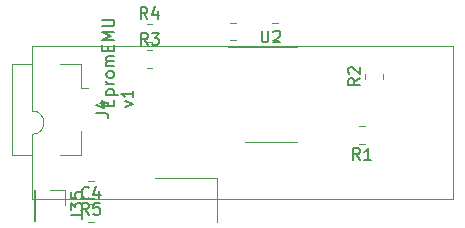
<source format=gbr>
%TF.GenerationSoftware,KiCad,Pcbnew,7.0.5-7.0.5~ubuntu20.04.1*%
%TF.CreationDate,2023-07-18T12:45:14+02:00*%
%TF.ProjectId,EpromEMU_TOP_new_STM32F3,4570726f-6d45-44d5-955f-544f505f6e65,rev?*%
%TF.SameCoordinates,Original*%
%TF.FileFunction,Legend,Top*%
%TF.FilePolarity,Positive*%
%FSLAX46Y46*%
G04 Gerber Fmt 4.6, Leading zero omitted, Abs format (unit mm)*
G04 Created by KiCad (PCBNEW 7.0.5-7.0.5~ubuntu20.04.1) date 2023-07-18 12:45:14*
%MOMM*%
%LPD*%
G01*
G04 APERTURE LIST*
%ADD10C,0.150000*%
%ADD11C,0.120000*%
G04 APERTURE END LIST*
D10*
X106752809Y-89782420D02*
X106752809Y-89449087D01*
X107276619Y-89306230D02*
X107276619Y-89782420D01*
X107276619Y-89782420D02*
X106276619Y-89782420D01*
X106276619Y-89782420D02*
X106276619Y-89306230D01*
X106609952Y-88877658D02*
X107609952Y-88877658D01*
X106657571Y-88877658D02*
X106609952Y-88782420D01*
X106609952Y-88782420D02*
X106609952Y-88591944D01*
X106609952Y-88591944D02*
X106657571Y-88496706D01*
X106657571Y-88496706D02*
X106705190Y-88449087D01*
X106705190Y-88449087D02*
X106800428Y-88401468D01*
X106800428Y-88401468D02*
X107086142Y-88401468D01*
X107086142Y-88401468D02*
X107181380Y-88449087D01*
X107181380Y-88449087D02*
X107229000Y-88496706D01*
X107229000Y-88496706D02*
X107276619Y-88591944D01*
X107276619Y-88591944D02*
X107276619Y-88782420D01*
X107276619Y-88782420D02*
X107229000Y-88877658D01*
X107276619Y-87972896D02*
X106609952Y-87972896D01*
X106800428Y-87972896D02*
X106705190Y-87925277D01*
X106705190Y-87925277D02*
X106657571Y-87877658D01*
X106657571Y-87877658D02*
X106609952Y-87782420D01*
X106609952Y-87782420D02*
X106609952Y-87687182D01*
X107276619Y-87210991D02*
X107229000Y-87306229D01*
X107229000Y-87306229D02*
X107181380Y-87353848D01*
X107181380Y-87353848D02*
X107086142Y-87401467D01*
X107086142Y-87401467D02*
X106800428Y-87401467D01*
X106800428Y-87401467D02*
X106705190Y-87353848D01*
X106705190Y-87353848D02*
X106657571Y-87306229D01*
X106657571Y-87306229D02*
X106609952Y-87210991D01*
X106609952Y-87210991D02*
X106609952Y-87068134D01*
X106609952Y-87068134D02*
X106657571Y-86972896D01*
X106657571Y-86972896D02*
X106705190Y-86925277D01*
X106705190Y-86925277D02*
X106800428Y-86877658D01*
X106800428Y-86877658D02*
X107086142Y-86877658D01*
X107086142Y-86877658D02*
X107181380Y-86925277D01*
X107181380Y-86925277D02*
X107229000Y-86972896D01*
X107229000Y-86972896D02*
X107276619Y-87068134D01*
X107276619Y-87068134D02*
X107276619Y-87210991D01*
X107276619Y-86449086D02*
X106609952Y-86449086D01*
X106705190Y-86449086D02*
X106657571Y-86401467D01*
X106657571Y-86401467D02*
X106609952Y-86306229D01*
X106609952Y-86306229D02*
X106609952Y-86163372D01*
X106609952Y-86163372D02*
X106657571Y-86068134D01*
X106657571Y-86068134D02*
X106752809Y-86020515D01*
X106752809Y-86020515D02*
X107276619Y-86020515D01*
X106752809Y-86020515D02*
X106657571Y-85972896D01*
X106657571Y-85972896D02*
X106609952Y-85877658D01*
X106609952Y-85877658D02*
X106609952Y-85734801D01*
X106609952Y-85734801D02*
X106657571Y-85639562D01*
X106657571Y-85639562D02*
X106752809Y-85591943D01*
X106752809Y-85591943D02*
X107276619Y-85591943D01*
X106752809Y-85115753D02*
X106752809Y-84782420D01*
X107276619Y-84639563D02*
X107276619Y-85115753D01*
X107276619Y-85115753D02*
X106276619Y-85115753D01*
X106276619Y-85115753D02*
X106276619Y-84639563D01*
X107276619Y-84210991D02*
X106276619Y-84210991D01*
X106276619Y-84210991D02*
X106990904Y-83877658D01*
X106990904Y-83877658D02*
X106276619Y-83544325D01*
X106276619Y-83544325D02*
X107276619Y-83544325D01*
X106276619Y-83068134D02*
X107086142Y-83068134D01*
X107086142Y-83068134D02*
X107181380Y-83020515D01*
X107181380Y-83020515D02*
X107229000Y-82972896D01*
X107229000Y-82972896D02*
X107276619Y-82877658D01*
X107276619Y-82877658D02*
X107276619Y-82687182D01*
X107276619Y-82687182D02*
X107229000Y-82591944D01*
X107229000Y-82591944D02*
X107181380Y-82544325D01*
X107181380Y-82544325D02*
X107086142Y-82496706D01*
X107086142Y-82496706D02*
X106276619Y-82496706D01*
X108219952Y-89877658D02*
X108886619Y-89639563D01*
X108886619Y-89639563D02*
X108219952Y-89401468D01*
X108886619Y-88496706D02*
X108886619Y-89068134D01*
X108886619Y-88782420D02*
X107886619Y-88782420D01*
X107886619Y-88782420D02*
X108029476Y-88877658D01*
X108029476Y-88877658D02*
X108124714Y-88972896D01*
X108124714Y-88972896D02*
X108172333Y-89068134D01*
%TO.C,J4*%
X105773219Y-90427133D02*
X106487504Y-90427133D01*
X106487504Y-90427133D02*
X106630361Y-90474752D01*
X106630361Y-90474752D02*
X106725600Y-90569990D01*
X106725600Y-90569990D02*
X106773219Y-90712847D01*
X106773219Y-90712847D02*
X106773219Y-90808085D01*
X106106552Y-89522371D02*
X106773219Y-89522371D01*
X105725600Y-89760466D02*
X106439885Y-89998561D01*
X106439885Y-89998561D02*
X106439885Y-89379514D01*
%TO.C,U2*%
X119761095Y-83428619D02*
X119761095Y-84238142D01*
X119761095Y-84238142D02*
X119808714Y-84333380D01*
X119808714Y-84333380D02*
X119856333Y-84381000D01*
X119856333Y-84381000D02*
X119951571Y-84428619D01*
X119951571Y-84428619D02*
X120142047Y-84428619D01*
X120142047Y-84428619D02*
X120237285Y-84381000D01*
X120237285Y-84381000D02*
X120284904Y-84333380D01*
X120284904Y-84333380D02*
X120332523Y-84238142D01*
X120332523Y-84238142D02*
X120332523Y-83428619D01*
X120761095Y-83523857D02*
X120808714Y-83476238D01*
X120808714Y-83476238D02*
X120903952Y-83428619D01*
X120903952Y-83428619D02*
X121142047Y-83428619D01*
X121142047Y-83428619D02*
X121237285Y-83476238D01*
X121237285Y-83476238D02*
X121284904Y-83523857D01*
X121284904Y-83523857D02*
X121332523Y-83619095D01*
X121332523Y-83619095D02*
X121332523Y-83714333D01*
X121332523Y-83714333D02*
X121284904Y-83857190D01*
X121284904Y-83857190D02*
X120713476Y-84428619D01*
X120713476Y-84428619D02*
X121332523Y-84428619D01*
%TO.C,J35*%
X103588019Y-99031323D02*
X104302304Y-99031323D01*
X104302304Y-99031323D02*
X104445161Y-99078942D01*
X104445161Y-99078942D02*
X104540400Y-99174180D01*
X104540400Y-99174180D02*
X104588019Y-99317037D01*
X104588019Y-99317037D02*
X104588019Y-99412275D01*
X103588019Y-98650370D02*
X103588019Y-98031323D01*
X103588019Y-98031323D02*
X103968971Y-98364656D01*
X103968971Y-98364656D02*
X103968971Y-98221799D01*
X103968971Y-98221799D02*
X104016590Y-98126561D01*
X104016590Y-98126561D02*
X104064209Y-98078942D01*
X104064209Y-98078942D02*
X104159447Y-98031323D01*
X104159447Y-98031323D02*
X104397542Y-98031323D01*
X104397542Y-98031323D02*
X104492780Y-98078942D01*
X104492780Y-98078942D02*
X104540400Y-98126561D01*
X104540400Y-98126561D02*
X104588019Y-98221799D01*
X104588019Y-98221799D02*
X104588019Y-98507513D01*
X104588019Y-98507513D02*
X104540400Y-98602751D01*
X104540400Y-98602751D02*
X104492780Y-98650370D01*
X103588019Y-97126561D02*
X103588019Y-97602751D01*
X103588019Y-97602751D02*
X104064209Y-97650370D01*
X104064209Y-97650370D02*
X104016590Y-97602751D01*
X104016590Y-97602751D02*
X103968971Y-97507513D01*
X103968971Y-97507513D02*
X103968971Y-97269418D01*
X103968971Y-97269418D02*
X104016590Y-97174180D01*
X104016590Y-97174180D02*
X104064209Y-97126561D01*
X104064209Y-97126561D02*
X104159447Y-97078942D01*
X104159447Y-97078942D02*
X104397542Y-97078942D01*
X104397542Y-97078942D02*
X104492780Y-97126561D01*
X104492780Y-97126561D02*
X104540400Y-97174180D01*
X104540400Y-97174180D02*
X104588019Y-97269418D01*
X104588019Y-97269418D02*
X104588019Y-97507513D01*
X104588019Y-97507513D02*
X104540400Y-97602751D01*
X104540400Y-97602751D02*
X104492780Y-97650370D01*
%TO.C,R5*%
X105139833Y-99005819D02*
X104806500Y-98529628D01*
X104568405Y-99005819D02*
X104568405Y-98005819D01*
X104568405Y-98005819D02*
X104949357Y-98005819D01*
X104949357Y-98005819D02*
X105044595Y-98053438D01*
X105044595Y-98053438D02*
X105092214Y-98101057D01*
X105092214Y-98101057D02*
X105139833Y-98196295D01*
X105139833Y-98196295D02*
X105139833Y-98339152D01*
X105139833Y-98339152D02*
X105092214Y-98434390D01*
X105092214Y-98434390D02*
X105044595Y-98482009D01*
X105044595Y-98482009D02*
X104949357Y-98529628D01*
X104949357Y-98529628D02*
X104568405Y-98529628D01*
X106044595Y-98005819D02*
X105568405Y-98005819D01*
X105568405Y-98005819D02*
X105520786Y-98482009D01*
X105520786Y-98482009D02*
X105568405Y-98434390D01*
X105568405Y-98434390D02*
X105663643Y-98386771D01*
X105663643Y-98386771D02*
X105901738Y-98386771D01*
X105901738Y-98386771D02*
X105996976Y-98434390D01*
X105996976Y-98434390D02*
X106044595Y-98482009D01*
X106044595Y-98482009D02*
X106092214Y-98577247D01*
X106092214Y-98577247D02*
X106092214Y-98815342D01*
X106092214Y-98815342D02*
X106044595Y-98910580D01*
X106044595Y-98910580D02*
X105996976Y-98958200D01*
X105996976Y-98958200D02*
X105901738Y-99005819D01*
X105901738Y-99005819D02*
X105663643Y-99005819D01*
X105663643Y-99005819D02*
X105568405Y-98958200D01*
X105568405Y-98958200D02*
X105520786Y-98910580D01*
%TO.C,R4*%
X110094733Y-82421619D02*
X109761400Y-81945428D01*
X109523305Y-82421619D02*
X109523305Y-81421619D01*
X109523305Y-81421619D02*
X109904257Y-81421619D01*
X109904257Y-81421619D02*
X109999495Y-81469238D01*
X109999495Y-81469238D02*
X110047114Y-81516857D01*
X110047114Y-81516857D02*
X110094733Y-81612095D01*
X110094733Y-81612095D02*
X110094733Y-81754952D01*
X110094733Y-81754952D02*
X110047114Y-81850190D01*
X110047114Y-81850190D02*
X109999495Y-81897809D01*
X109999495Y-81897809D02*
X109904257Y-81945428D01*
X109904257Y-81945428D02*
X109523305Y-81945428D01*
X110951876Y-81754952D02*
X110951876Y-82421619D01*
X110713781Y-81374000D02*
X110475686Y-82088285D01*
X110475686Y-82088285D02*
X111094733Y-82088285D01*
%TO.C,R3*%
X110120133Y-84631419D02*
X109786800Y-84155228D01*
X109548705Y-84631419D02*
X109548705Y-83631419D01*
X109548705Y-83631419D02*
X109929657Y-83631419D01*
X109929657Y-83631419D02*
X110024895Y-83679038D01*
X110024895Y-83679038D02*
X110072514Y-83726657D01*
X110072514Y-83726657D02*
X110120133Y-83821895D01*
X110120133Y-83821895D02*
X110120133Y-83964752D01*
X110120133Y-83964752D02*
X110072514Y-84059990D01*
X110072514Y-84059990D02*
X110024895Y-84107609D01*
X110024895Y-84107609D02*
X109929657Y-84155228D01*
X109929657Y-84155228D02*
X109548705Y-84155228D01*
X110453467Y-83631419D02*
X111072514Y-83631419D01*
X111072514Y-83631419D02*
X110739181Y-84012371D01*
X110739181Y-84012371D02*
X110882038Y-84012371D01*
X110882038Y-84012371D02*
X110977276Y-84059990D01*
X110977276Y-84059990D02*
X111024895Y-84107609D01*
X111024895Y-84107609D02*
X111072514Y-84202847D01*
X111072514Y-84202847D02*
X111072514Y-84440942D01*
X111072514Y-84440942D02*
X111024895Y-84536180D01*
X111024895Y-84536180D02*
X110977276Y-84583800D01*
X110977276Y-84583800D02*
X110882038Y-84631419D01*
X110882038Y-84631419D02*
X110596324Y-84631419D01*
X110596324Y-84631419D02*
X110501086Y-84583800D01*
X110501086Y-84583800D02*
X110453467Y-84536180D01*
%TO.C,R2*%
X128090819Y-87468366D02*
X127614628Y-87801699D01*
X128090819Y-88039794D02*
X127090819Y-88039794D01*
X127090819Y-88039794D02*
X127090819Y-87658842D01*
X127090819Y-87658842D02*
X127138438Y-87563604D01*
X127138438Y-87563604D02*
X127186057Y-87515985D01*
X127186057Y-87515985D02*
X127281295Y-87468366D01*
X127281295Y-87468366D02*
X127424152Y-87468366D01*
X127424152Y-87468366D02*
X127519390Y-87515985D01*
X127519390Y-87515985D02*
X127567009Y-87563604D01*
X127567009Y-87563604D02*
X127614628Y-87658842D01*
X127614628Y-87658842D02*
X127614628Y-88039794D01*
X127186057Y-87087413D02*
X127138438Y-87039794D01*
X127138438Y-87039794D02*
X127090819Y-86944556D01*
X127090819Y-86944556D02*
X127090819Y-86706461D01*
X127090819Y-86706461D02*
X127138438Y-86611223D01*
X127138438Y-86611223D02*
X127186057Y-86563604D01*
X127186057Y-86563604D02*
X127281295Y-86515985D01*
X127281295Y-86515985D02*
X127376533Y-86515985D01*
X127376533Y-86515985D02*
X127519390Y-86563604D01*
X127519390Y-86563604D02*
X128090819Y-87135032D01*
X128090819Y-87135032D02*
X128090819Y-86515985D01*
%TO.C,R1*%
X128079833Y-94383019D02*
X127746500Y-93906828D01*
X127508405Y-94383019D02*
X127508405Y-93383019D01*
X127508405Y-93383019D02*
X127889357Y-93383019D01*
X127889357Y-93383019D02*
X127984595Y-93430638D01*
X127984595Y-93430638D02*
X128032214Y-93478257D01*
X128032214Y-93478257D02*
X128079833Y-93573495D01*
X128079833Y-93573495D02*
X128079833Y-93716352D01*
X128079833Y-93716352D02*
X128032214Y-93811590D01*
X128032214Y-93811590D02*
X127984595Y-93859209D01*
X127984595Y-93859209D02*
X127889357Y-93906828D01*
X127889357Y-93906828D02*
X127508405Y-93906828D01*
X129032214Y-94383019D02*
X128460786Y-94383019D01*
X128746500Y-94383019D02*
X128746500Y-93383019D01*
X128746500Y-93383019D02*
X128651262Y-93525876D01*
X128651262Y-93525876D02*
X128556024Y-93621114D01*
X128556024Y-93621114D02*
X128460786Y-93668733D01*
%TO.C,C4*%
X105131533Y-97561780D02*
X105083914Y-97609400D01*
X105083914Y-97609400D02*
X104941057Y-97657019D01*
X104941057Y-97657019D02*
X104845819Y-97657019D01*
X104845819Y-97657019D02*
X104702962Y-97609400D01*
X104702962Y-97609400D02*
X104607724Y-97514161D01*
X104607724Y-97514161D02*
X104560105Y-97418923D01*
X104560105Y-97418923D02*
X104512486Y-97228447D01*
X104512486Y-97228447D02*
X104512486Y-97085590D01*
X104512486Y-97085590D02*
X104560105Y-96895114D01*
X104560105Y-96895114D02*
X104607724Y-96799876D01*
X104607724Y-96799876D02*
X104702962Y-96704638D01*
X104702962Y-96704638D02*
X104845819Y-96657019D01*
X104845819Y-96657019D02*
X104941057Y-96657019D01*
X104941057Y-96657019D02*
X105083914Y-96704638D01*
X105083914Y-96704638D02*
X105131533Y-96752257D01*
X105988676Y-96990352D02*
X105988676Y-97657019D01*
X105750581Y-96609400D02*
X105512486Y-97323685D01*
X105512486Y-97323685D02*
X106131533Y-97323685D01*
D11*
%TO.C,J4*%
X104428400Y-93953800D02*
X104428400Y-91893800D01*
X98608400Y-93953800D02*
X100218400Y-93953800D01*
X98608400Y-86233800D02*
X100218400Y-86233800D01*
X98608400Y-86233800D02*
X98608400Y-93953800D01*
X104428400Y-86233800D02*
X104428400Y-88293800D01*
X104428400Y-88293800D02*
X105018400Y-88293800D01*
X102718400Y-86233800D02*
X104428400Y-86233800D01*
X102718400Y-93953800D02*
X104428400Y-93953800D01*
%TO.C,U7*%
X100320800Y-92211400D02*
G75*
G03*
X100320800Y-90211400I0J1000000D01*
G01*
X136000800Y-84751400D02*
X100320800Y-84751400D01*
X100320800Y-84751400D02*
X100320800Y-90211400D01*
X100320800Y-92211400D02*
X100320800Y-97671400D01*
X136000800Y-97671400D02*
X136000800Y-84751400D01*
X100320800Y-97671400D02*
X136000800Y-97671400D01*
%TO.C,C5*%
X117061348Y-84250200D02*
X117583852Y-84250200D01*
X117061348Y-82780200D02*
X117583852Y-82780200D01*
%TO.C,C2*%
X120657948Y-84250200D02*
X121180452Y-84250200D01*
X120657948Y-82780200D02*
X121180452Y-82780200D01*
%TO.C,U2*%
X120523000Y-92858800D02*
X122723000Y-92858800D01*
X120523000Y-84788800D02*
X116923000Y-84788800D01*
X120523000Y-84788800D02*
X122723000Y-84788800D01*
X120523000Y-92858800D02*
X118323000Y-92858800D01*
%TO.C,J35*%
X103133200Y-96891800D02*
X103133200Y-98221800D01*
X100533200Y-96891800D02*
X100533200Y-99551800D01*
X100473200Y-96891800D02*
X100473200Y-99551800D01*
X100533200Y-99551800D02*
X100473200Y-99551800D01*
X100533200Y-96891800D02*
X100473200Y-96891800D01*
X101803200Y-96891800D02*
X103133200Y-96891800D01*
%TO.C,Y1*%
X116010200Y-99589200D02*
X116010200Y-95889200D01*
X116010200Y-95889200D02*
X110710200Y-95889200D01*
%TO.C,R5*%
X105533564Y-97636000D02*
X105079436Y-97636000D01*
X105533564Y-96166000D02*
X105079436Y-96166000D01*
%TO.C,R4*%
X110034336Y-82881800D02*
X110488464Y-82881800D01*
X110034336Y-84351800D02*
X110488464Y-84351800D01*
%TO.C,R3*%
X110059736Y-85091600D02*
X110513864Y-85091600D01*
X110059736Y-86561600D02*
X110513864Y-86561600D01*
%TO.C,R2*%
X130021000Y-87528764D02*
X130021000Y-87074636D01*
X128551000Y-87528764D02*
X128551000Y-87074636D01*
%TO.C,R1*%
X128473564Y-93013200D02*
X128019436Y-93013200D01*
X128473564Y-91543200D02*
X128019436Y-91543200D01*
%TO.C,C4*%
X105036948Y-99617200D02*
X105559452Y-99617200D01*
X105036948Y-98147200D02*
X105559452Y-98147200D01*
%TD*%
M02*

</source>
